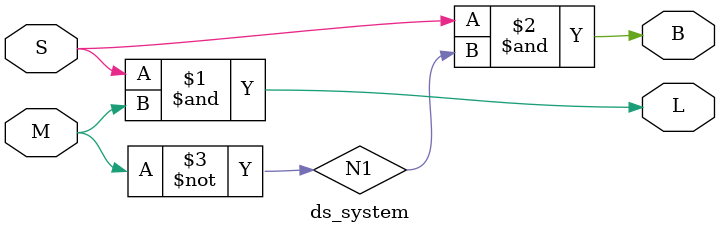
<source format=v>
`timescale 1ns / 1ps

module ds_system(S, M, B, L);

	input S, M;
	output B, L;
	
	wire N1;
	
	and and1(L, S, M);
	and and2(B, S, N1);
	not inv1(N1, M);

endmodule

</source>
